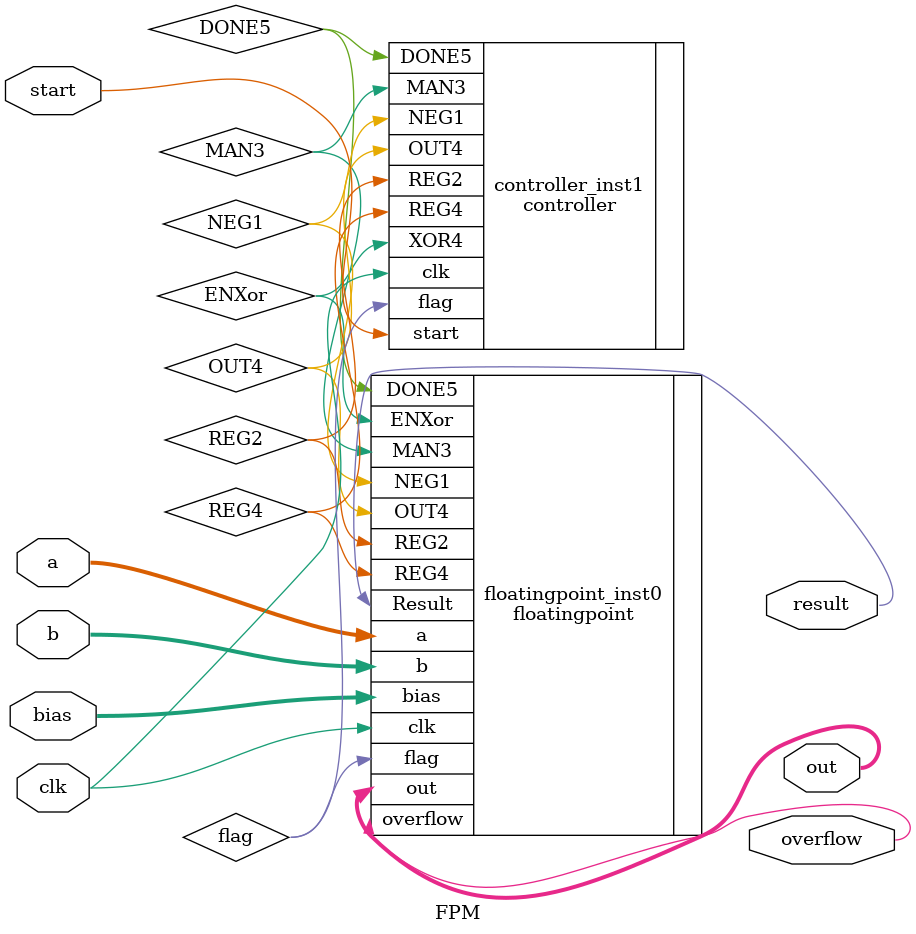
<source format=v>
module FPM(
input wire clk,start,
input wire [31:0] a,b,
input wire [7:0]bias,
output [31:0]out,
output result,overflow
);

wire flag,NEG1,MAN3,OUT4,DONE5,ENXor,REG2,REG4;


floatingpoint floatingpoint_inst0(
											
											.clk(clk),
											.a(a),
											.b(b),
											.flag(flag),
											.NEG1(NEG1),
											.MAN3(MAN3),
											.OUT4(OUT4),
											.DONE5(DONE5),
											.ENXor(ENXor),
											.REG2(REG2),
											.REG4(REG4),
											.bias(bias),
											.out(out),
											.Result(result),
											.overflow(overflow)
											);

controller controller_inst1(
											
											.clk(clk),
											.start(start),
											.flag(flag),
											.NEG1(NEG1),
											.REG2(REG2),
											.MAN3(MAN3),
											.OUT4(OUT4),
											.XOR4(ENXor),
											.REG4(REG4),
											.DONE5(DONE5)
											);

endmodule


</source>
